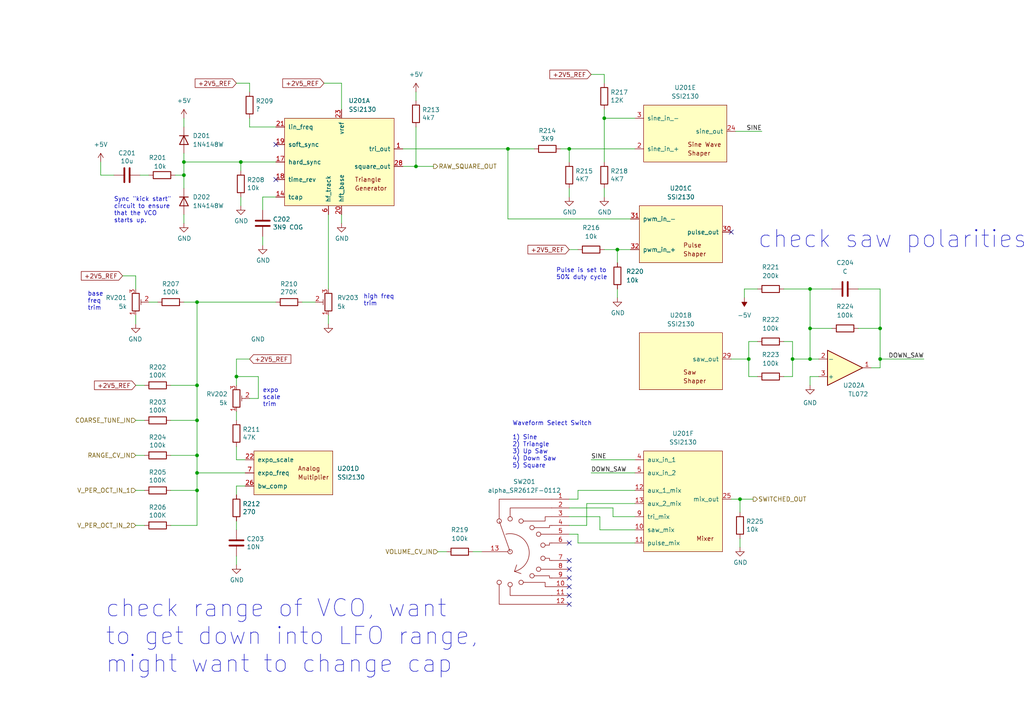
<source format=kicad_sch>
(kicad_sch (version 20211123) (generator eeschema)
  (paper "A4")
  (title_block (title "Josh Ox Ribbon Synth Mod Osc board") (date "2022-06-12") (rev "0") (comment 2 "creativecommons.org/licences/by/4.0") (comment 3 "license: CC by 4.0") (comment 4 "Author: Jordan Aceto"))
  (lib_symbols
    (symbol "Amplifier_Operational:TL072" (pin_names (offset 0.127))
      (property "Reference" "U" (at 0 5.08 0))
      (property "Value" "TL072" (at 0 -5.08 0))
      (symbol "TL072_1_1"
        (pin output line (at 7.62 0 180) (length 2.54) (name "~") (number "1"))
        (pin input line (at -7.62 -2.54 0) (length 2.54) (name "-") (number "2"))
        (pin input line (at -7.62 2.54 0) (length 2.54) (name "+") (number "3"))
      )
      (symbol "TL072_2_1"
        (pin input line (at -7.62 2.54 0) (length 2.54) (name "+") (number "5"))
        (pin input line (at -7.62 -2.54 0) (length 2.54) (name "-") (number "6"))
        (pin output line (at 7.62 0 180) (length 2.54) (name "~") (number "7"))
      )
      (symbol "TL072_3_1"
        (pin power_in line (at -2.54 -7.62 90) (length 3.81) (name "V-") (number "4"))
        (pin power_in line (at -2.54 7.62 270) (length 3.81) (name "V+") (number "8"))
      )
    )
    (symbol "Device:C" (pin_numbers hide) (pin_names (offset 0.254))
      (property "Reference" "C" (at 0.635 2.54 0))
      (property "Value" "C" (at 0.635 -2.54 0))
      (symbol "C_1_1"
        (pin passive line (at 0 3.81 270) (length 2.794) (name "~") (number "1"))
        (pin passive line (at 0 -3.81 90) (length 2.794) (name "~") (number "2"))
      )
    )
    (symbol "Device:R" (pin_numbers hide) (pin_names (offset 0))
      (property "Reference" "R" (at 2.032 0 90))
      (property "Value" "R" (at 0 0 90))
      (symbol "R_1_1"
        (pin passive line (at 0 3.81 270) (length 1.27) (name "~") (number "1"))
        (pin passive line (at 0 -3.81 90) (length 1.27) (name "~") (number "2"))
      )
    )
    (symbol "Device:R_Potentiometer_Trim" (pin_names (offset 1.016) hide)
      (property "Reference" "RV" (at -4.445 0 90))
      (property "Value" "R_Potentiometer_Trim" (at -2.54 0 90))
      (symbol "R_Potentiometer_Trim_1_1"
        (pin passive line (at 0 3.81 270) (length 1.27) (name "1") (number "1"))
        (pin passive line (at 3.81 0 180) (length 1.27) (name "2") (number "2"))
        (pin passive line (at 0 -3.81 90) (length 1.27) (name "3") (number "3"))
      )
    )
    (symbol "Diode:1N4148W" (pin_numbers hide) (pin_names (offset 1.016) hide)
      (property "Reference" "D" (at 0 2.54 0))
      (property "Value" "1N4148W" (at 0 -2.54 0))
      (symbol "1N4148W_1_1"
        (pin passive line (at -3.81 0 0) (length 2.54) (name "K") (number "1"))
        (pin passive line (at 3.81 0 180) (length 2.54) (name "A") (number "2"))
      )
    )
    (symbol "SSI2130_1" (pin_names (offset 1.016))
      (property "Reference" "U1" (at 2.0194 16.51 0))
      (property "Value" "SSI2130_1" (at 2.0194 13.97 0))
      (symbol "SSI2130_1_1_0"
        (text "Generator" (at 3.81 -8.89 0) (effects (font (size 1.27 1.27)) (justify left)))
        (text "Triangle" (at 3.81 -6.35 0) (effects (font (size 1.27 1.27)) (justify left)))
      )
      (symbol "SSI2130_1_1_1"
        (pin output line (at 17.78 2.54 180) (length 2.54) (name "tri_out") (number "1"))
        (pin input line (at -19.05 -11.43 0) (length 2.54) (name "tcap") (number "14"))
        (pin input line (at -19.05 -1.27 0) (length 2.54) (name "hard_sync") (number "17"))
        (pin input line (at -19.05 -6.35 0) (length 2.54) (name "time_rev") (number "18"))
        (pin input line (at -19.05 3.81 0) (length 2.54) (name "soft_sync") (number "19"))
        (pin input line (at 0 -16.51 90) (length 2.54) (name "hft_base") (number "20"))
        (pin input line (at -19.05 8.89 0) (length 2.54) (name "lin_freq") (number "21"))
        (pin input line (at 0 13.97 270) (length 2.54) (name "vref") (number "23"))
        (pin output line (at 17.78 -2.54 180) (length 2.54) (name "square_out") (number "28"))
        (pin input line (at -3.81 -16.51 90) (length 2.54) (name "hf_track") (number "6"))
      )
      (symbol "SSI2130_1_2_1"
        (text "Saw" (at 1.27 -3.81 0) (effects (font (size 1.27 1.27)) (justify left)))
        (text "Shaper" (at 1.27 -6.35 0) (effects (font (size 1.27 1.27)) (justify left)))
        (pin output line (at 15.24 0 180) (length 2.54) (name "saw_out") (number "29"))
      )
      (symbol "SSI2130_1_3_1"
        (text "Pulse" (at 1.27 -3.81 0) (effects (font (size 1.27 1.27)) (justify left)))
        (text "Shaper" (at 1.27 -6.35 0) (effects (font (size 1.27 1.27)) (justify left)))
        (pin output line (at 15.24 0 180) (length 2.54) (name "pulse_out") (number "30"))
        (pin input line (at -13.97 3.81 0) (length 2.54) (name "pwm_in_-") (number "31"))
        (pin input line (at -13.97 -5.08 0) (length 2.54) (name "pwm_in_+") (number "32"))
      )
      (symbol "SSI2130_1_4_1"
        (text "Analog" (at 1.27 1.27 0) (effects (font (size 1.27 1.27)) (justify left)))
        (text "Multiplier" (at 1.27 -1.27 0) (effects (font (size 1.27 1.27)) (justify left)))
        (pin input line (at -13.97 3.81 0) (length 2.54) (name "expo_scale") (number "22"))
        (pin input line (at -13.97 -3.81 0) (length 2.54) (name "bw_comp") (number "26"))
        (pin input line (at -13.97 0 0) (length 2.54) (name "expo_freq") (number "7"))
      )
      (symbol "SSI2130_1_5_1"
        (text "Shaper" (at 1.27 -6.35 0) (effects (font (size 1.27 1.27)) (justify left)))
        (text "Sine Wave" (at 1.27 -3.81 0) (effects (font (size 1.27 1.27)) (justify left)))
        (pin input line (at -13.97 -5.08 0) (length 2.54) (name "sine_in_+") (number "2"))
        (pin output line (at 15.24 0 180) (length 2.54) (name "sine_out") (number "24"))
        (pin input line (at -13.97 3.81 0) (length 2.54) (name "sine_in_-") (number "3"))
      )
      (symbol "SSI2130_1_6_1"
        (text "Mixer" (at 3.81 -7.62 0) (effects (font (size 1.27 1.27)) (justify left)))
        (pin input line (at -13.97 -5.08 0) (length 2.54) (name "saw_mix") (number "10"))
        (pin input line (at -13.97 -8.89 0) (length 2.54) (name "pulse_mix") (number "11"))
        (pin input line (at -13.97 6.35 0) (length 2.54) (name "aux_1_mix") (number "12"))
        (pin input line (at -13.97 2.54 0) (length 2.54) (name "aux_2_mix") (number "13"))
        (pin output line (at 13.97 3.81 180) (length 2.54) (name "mix_out") (number "25"))
        (pin input line (at -13.97 15.24 0) (length 2.54) (name "aux_in_1") (number "4"))
        (pin input line (at -13.97 11.43 0) (length 2.54) (name "aux_in_2") (number "5"))
        (pin input line (at -13.97 -1.27 0) (length 2.54) (name "tri_mix") (number "9"))
      )
      (symbol "SSI2130_1_7_1"
        (text "Power" (at 1.27 0 0) (effects (font (size 1.27 1.27)) (justify left)))
        (pin power_in line (at -13.97 -1.27 0) (length 2.54) (name "dgnd") (number "15"))
        (pin power_in line (at -13.97 1.27 0) (length 2.54) (name "agnd") (number "16"))
        (pin power_in line (at -13.97 3.81 0) (length 2.54) (name "V+") (number "27"))
        (pin power_in line (at -13.97 -3.81 0) (length 2.54) (name "V-") (number "8"))
      )
    )
    (symbol "SSI2130_2" (pin_names (offset 1.016))
      (property "Reference" "U1" (at 2.0194 16.51 0))
      (property "Value" "SSI2130_2" (at 2.0194 13.97 0))
      (symbol "SSI2130_2_1_0"
        (text "Generator" (at 3.81 -8.89 0) (effects (font (size 1.27 1.27)) (justify left)))
        (text "Triangle" (at 3.81 -6.35 0) (effects (font (size 1.27 1.27)) (justify left)))
      )
      (symbol "SSI2130_2_1_1"
        (pin output line (at 17.78 2.54 180) (length 2.54) (name "tri_out") (number "1"))
        (pin input line (at -19.05 -11.43 0) (length 2.54) (name "tcap") (number "14"))
        (pin input line (at -19.05 -1.27 0) (length 2.54) (name "hard_sync") (number "17"))
        (pin input line (at -19.05 -6.35 0) (length 2.54) (name "time_rev") (number "18"))
        (pin input line (at -19.05 3.81 0) (length 2.54) (name "soft_sync") (number "19"))
        (pin input line (at 0 -16.51 90) (length 2.54) (name "hft_base") (number "20"))
        (pin input line (at -19.05 8.89 0) (length 2.54) (name "lin_freq") (number "21"))
        (pin input line (at 0 13.97 270) (length 2.54) (name "vref") (number "23"))
        (pin output line (at 17.78 -2.54 180) (length 2.54) (name "square_out") (number "28"))
        (pin input line (at -3.81 -16.51 90) (length 2.54) (name "hf_track") (number "6"))
      )
      (symbol "SSI2130_2_2_1"
        (text "Saw" (at 1.27 -3.81 0) (effects (font (size 1.27 1.27)) (justify left)))
        (text "Shaper" (at 1.27 -6.35 0) (effects (font (size 1.27 1.27)) (justify left)))
        (pin output line (at 15.24 0 180) (length 2.54) (name "saw_out") (number "29"))
      )
      (symbol "SSI2130_2_3_1"
        (text "Pulse" (at 1.27 -3.81 0) (effects (font (size 1.27 1.27)) (justify left)))
        (text "Shaper" (at 1.27 -6.35 0) (effects (font (size 1.27 1.27)) (justify left)))
        (pin output line (at 15.24 0 180) (length 2.54) (name "pulse_out") (number "30"))
        (pin input line (at -13.97 3.81 0) (length 2.54) (name "pwm_in_-") (number "31"))
        (pin input line (at -13.97 -5.08 0) (length 2.54) (name "pwm_in_+") (number "32"))
      )
      (symbol "SSI2130_2_4_1"
        (text "Analog" (at 1.27 1.27 0) (effects (font (size 1.27 1.27)) (justify left)))
        (text "Multiplier" (at 1.27 -1.27 0) (effects (font (size 1.27 1.27)) (justify left)))
        (pin input line (at -13.97 3.81 0) (length 2.54) (name "expo_scale") (number "22"))
        (pin input line (at -13.97 -3.81 0) (length 2.54) (name "bw_comp") (number "26"))
        (pin input line (at -13.97 0 0) (length 2.54) (name "expo_freq") (number "7"))
      )
      (symbol "SSI2130_2_5_1"
        (text "Shaper" (at 1.27 -6.35 0) (effects (font (size 1.27 1.27)) (justify left)))
        (text "Sine Wave" (at 1.27 -3.81 0) (effects (font (size 1.27 1.27)) (justify left)))
        (pin input line (at -13.97 -5.08 0) (length 2.54) (name "sine_in_+") (number "2"))
        (pin output line (at 15.24 0 180) (length 2.54) (name "sine_out") (number "24"))
        (pin input line (at -13.97 3.81 0) (length 2.54) (name "sine_in_-") (number "3"))
      )
      (symbol "SSI2130_2_6_1"
        (text "Mixer" (at 3.81 -7.62 0) (effects (font (size 1.27 1.27)) (justify left)))
        (pin input line (at -13.97 -5.08 0) (length 2.54) (name "saw_mix") (number "10"))
        (pin input line (at -13.97 -8.89 0) (length 2.54) (name "pulse_mix") (number "11"))
        (pin input line (at -13.97 6.35 0) (length 2.54) (name "aux_1_mix") (number "12"))
        (pin input line (at -13.97 2.54 0) (length 2.54) (name "aux_2_mix") (number "13"))
        (pin output line (at 13.97 3.81 180) (length 2.54) (name "mix_out") (number "25"))
        (pin input line (at -13.97 15.24 0) (length 2.54) (name "aux_in_1") (number "4"))
        (pin input line (at -13.97 11.43 0) (length 2.54) (name "aux_in_2") (number "5"))
        (pin input line (at -13.97 -1.27 0) (length 2.54) (name "tri_mix") (number "9"))
      )
      (symbol "SSI2130_2_7_1"
        (text "Power" (at 1.27 0 0) (effects (font (size 1.27 1.27)) (justify left)))
        (pin power_in line (at -13.97 -1.27 0) (length 2.54) (name "dgnd") (number "15"))
        (pin power_in line (at -13.97 1.27 0) (length 2.54) (name "agnd") (number "16"))
        (pin power_in line (at -13.97 3.81 0) (length 2.54) (name "V+") (number "27"))
        (pin power_in line (at -13.97 -3.81 0) (length 2.54) (name "V-") (number "8"))
      )
    )
    (symbol "SSI2130_3" (pin_names (offset 1.016))
      (property "Reference" "U1" (at 2.0194 16.51 0))
      (property "Value" "SSI2130_3" (at 2.0194 13.97 0))
      (symbol "SSI2130_3_1_0"
        (text "Generator" (at 3.81 -8.89 0) (effects (font (size 1.27 1.27)) (justify left)))
        (text "Triangle" (at 3.81 -6.35 0) (effects (font (size 1.27 1.27)) (justify left)))
      )
      (symbol "SSI2130_3_1_1"
        (pin output line (at 17.78 2.54 180) (length 2.54) (name "tri_out") (number "1"))
        (pin input line (at -19.05 -11.43 0) (length 2.54) (name "tcap") (number "14"))
        (pin input line (at -19.05 -1.27 0) (length 2.54) (name "hard_sync") (number "17"))
        (pin input line (at -19.05 -6.35 0) (length 2.54) (name "time_rev") (number "18"))
        (pin input line (at -19.05 3.81 0) (length 2.54) (name "soft_sync") (number "19"))
        (pin input line (at 0 -16.51 90) (length 2.54) (name "hft_base") (number "20"))
        (pin input line (at -19.05 8.89 0) (length 2.54) (name "lin_freq") (number "21"))
        (pin input line (at 0 13.97 270) (length 2.54) (name "vref") (number "23"))
        (pin output line (at 17.78 -2.54 180) (length 2.54) (name "square_out") (number "28"))
        (pin input line (at -3.81 -16.51 90) (length 2.54) (name "hf_track") (number "6"))
      )
      (symbol "SSI2130_3_2_1"
        (text "Saw" (at 1.27 -3.81 0) (effects (font (size 1.27 1.27)) (justify left)))
        (text "Shaper" (at 1.27 -6.35 0) (effects (font (size 1.27 1.27)) (justify left)))
        (pin output line (at 15.24 0 180) (length 2.54) (name "saw_out") (number "29"))
      )
      (symbol "SSI2130_3_3_1"
        (text "Pulse" (at 1.27 -3.81 0) (effects (font (size 1.27 1.27)) (justify left)))
        (text "Shaper" (at 1.27 -6.35 0) (effects (font (size 1.27 1.27)) (justify left)))
        (pin output line (at 15.24 0 180) (length 2.54) (name "pulse_out") (number "30"))
        (pin input line (at -13.97 3.81 0) (length 2.54) (name "pwm_in_-") (number "31"))
        (pin input line (at -13.97 -5.08 0) (length 2.54) (name "pwm_in_+") (number "32"))
      )
      (symbol "SSI2130_3_4_1"
        (text "Analog" (at 1.27 1.27 0) (effects (font (size 1.27 1.27)) (justify left)))
        (text "Multiplier" (at 1.27 -1.27 0) (effects (font (size 1.27 1.27)) (justify left)))
        (pin input line (at -13.97 3.81 0) (length 2.54) (name "expo_scale") (number "22"))
        (pin input line (at -13.97 -3.81 0) (length 2.54) (name "bw_comp") (number "26"))
        (pin input line (at -13.97 0 0) (length 2.54) (name "expo_freq") (number "7"))
      )
      (symbol "SSI2130_3_5_1"
        (text "Shaper" (at 1.27 -6.35 0) (effects (font (size 1.27 1.27)) (justify left)))
        (text "Sine Wave" (at 1.27 -3.81 0) (effects (font (size 1.27 1.27)) (justify left)))
        (pin input line (at -13.97 -5.08 0) (length 2.54) (name "sine_in_+") (number "2"))
        (pin output line (at 15.24 0 180) (length 2.54) (name "sine_out") (number "24"))
        (pin input line (at -13.97 3.81 0) (length 2.54) (name "sine_in_-") (number "3"))
      )
      (symbol "SSI2130_3_6_1"
        (text "Mixer" (at 3.81 -7.62 0) (effects (font (size 1.27 1.27)) (justify left)))
        (pin input line (at -13.97 -5.08 0) (length 2.54) (name "saw_mix") (number "10"))
        (pin input line (at -13.97 -8.89 0) (length 2.54) (name "pulse_mix") (number "11"))
        (pin input line (at -13.97 6.35 0) (length 2.54) (name "aux_1_mix") (number "12"))
        (pin input line (at -13.97 2.54 0) (length 2.54) (name "aux_2_mix") (number "13"))
        (pin output line (at 13.97 3.81 180) (length 2.54) (name "mix_out") (number "25"))
        (pin input line (at -13.97 15.24 0) (length 2.54) (name "aux_in_1") (number "4"))
        (pin input line (at -13.97 11.43 0) (length 2.54) (name "aux_in_2") (number "5"))
        (pin input line (at -13.97 -1.27 0) (length 2.54) (name "tri_mix") (number "9"))
      )
      (symbol "SSI2130_3_7_1"
        (text "Power" (at 1.27 0 0) (effects (font (size 1.27 1.27)) (justify left)))
        (pin power_in line (at -13.97 -1.27 0) (length 2.54) (name "dgnd") (number "15"))
        (pin power_in line (at -13.97 1.27 0) (length 2.54) (name "agnd") (number "16"))
        (pin power_in line (at -13.97 3.81 0) (length 2.54) (name "V+") (number "27"))
        (pin power_in line (at -13.97 -3.81 0) (length 2.54) (name "V-") (number "8"))
      )
    )
    (symbol "SSI2130_4" (pin_names (offset 1.016))
      (property "Reference" "U1" (at 2.0194 16.51 0))
      (property "Value" "SSI2130_4" (at 2.0194 13.97 0))
      (symbol "SSI2130_4_1_0"
        (text "Generator" (at 3.81 -8.89 0) (effects (font (size 1.27 1.27)) (justify left)))
        (text "Triangle" (at 3.81 -6.35 0) (effects (font (size 1.27 1.27)) (justify left)))
      )
      (symbol "SSI2130_4_1_1"
        (pin output line (at 17.78 2.54 180) (length 2.54) (name "tri_out") (number "1"))
        (pin input line (at -19.05 -11.43 0) (length 2.54) (name "tcap") (number "14"))
        (pin input line (at -19.05 -1.27 0) (length 2.54) (name "hard_sync") (number "17"))
        (pin input line (at -19.05 -6.35 0) (length 2.54) (name "time_rev") (number "18"))
        (pin input line (at -19.05 3.81 0) (length 2.54) (name "soft_sync") (number "19"))
        (pin input line (at 0 -16.51 90) (length 2.54) (name "hft_base") (number "20"))
        (pin input line (at -19.05 8.89 0) (length 2.54) (name "lin_freq") (number "21"))
        (pin input line (at 0 13.97 270) (length 2.54) (name "vref") (number "23"))
        (pin output line (at 17.78 -2.54 180) (length 2.54) (name "square_out") (number "28"))
        (pin input line (at -3.81 -16.51 90) (length 2.54) (name "hf_track") (number "6"))
      )
      (symbol "SSI2130_4_2_1"
        (text "Saw" (at 1.27 -3.81 0) (effects (font (size 1.27 1.27)) (justify left)))
        (text "Shaper" (at 1.27 -6.35 0) (effects (font (size 1.27 1.27)) (justify left)))
        (pin output line (at 15.24 0 180) (length 2.54) (name "saw_out") (number "29"))
      )
      (symbol "SSI2130_4_3_1"
        (text "Pulse" (at 1.27 -3.81 0) (effects (font (size 1.27 1.27)) (justify left)))
        (text "Shaper" (at 1.27 -6.35 0) (effects (font (size 1.27 1.27)) (justify left)))
        (pin output line (at 15.24 0 180) (length 2.54) (name "pulse_out") (number "30"))
        (pin input line (at -13.97 3.81 0) (length 2.54) (name "pwm_in_-") (number "31"))
        (pin input line (at -13.97 -5.08 0) (length 2.54) (name "pwm_in_+") (number "32"))
      )
      (symbol "SSI2130_4_4_1"
        (text "Analog" (at 1.27 1.27 0) (effects (font (size 1.27 1.27)) (justify left)))
        (text "Multiplier" (at 1.27 -1.27 0) (effects (font (size 1.27 1.27)) (justify left)))
        (pin input line (at -13.97 3.81 0) (length 2.54) (name "expo_scale") (number "22"))
        (pin input line (at -13.97 -3.81 0) (length 2.54) (name "bw_comp") (number "26"))
        (pin input line (at -13.97 0 0) (length 2.54) (name "expo_freq") (number "7"))
      )
      (symbol "SSI2130_4_5_1"
        (text "Shaper" (at 1.27 -6.35 0) (effects (font (size 1.27 1.27)) (justify left)))
        (text "Sine Wave" (at 1.27 -3.81 0) (effects (font (size 1.27 1.27)) (justify left)))
        (pin input line (at -13.97 -5.08 0) (length 2.54) (name "sine_in_+") (number "2"))
        (pin output line (at 15.24 0 180) (length 2.54) (name "sine_out") (number "24"))
        (pin input line (at -13.97 3.81 0) (length 2.54) (name "sine_in_-") (number "3"))
      )
      (symbol "SSI2130_4_6_1"
        (text "Mixer" (at 3.81 -7.62 0) (effects (font (size 1.27 1.27)) (justify left)))
        (pin input line (at -13.97 -5.08 0) (length 2.54) (name "saw_mix") (number "10"))
        (pin input line (at -13.97 -8.89 0) (length 2.54) (name "pulse_mix") (number "11"))
        (pin input line (at -13.97 6.35 0) (length 2.54) (name "aux_1_mix") (number "12"))
        (pin input line (at -13.97 2.54 0) (length 2.54) (name "aux_2_mix") (number "13"))
        (pin output line (at 13.97 3.81 180) (length 2.54) (name "mix_out") (number "25"))
        (pin input line (at -13.97 15.24 0) (length 2.54) (name "aux_in_1") (number "4"))
        (pin input line (at -13.97 11.43 0) (length 2.54) (name "aux_in_2") (number "5"))
        (pin input line (at -13.97 -1.27 0) (length 2.54) (name "tri_mix") (number "9"))
      )
      (symbol "SSI2130_4_7_1"
        (text "Power" (at 1.27 0 0) (effects (font (size 1.27 1.27)) (justify left)))
        (pin power_in line (at -13.97 -1.27 0) (length 2.54) (name "dgnd") (number "15"))
        (pin power_in line (at -13.97 1.27 0) (length 2.54) (name "agnd") (number "16"))
        (pin power_in line (at -13.97 3.81 0) (length 2.54) (name "V+") (number "27"))
        (pin power_in line (at -13.97 -3.81 0) (length 2.54) (name "V-") (number "8"))
      )
    )
    (symbol "SSI2130_5" (pin_names (offset 1.016))
      (property "Reference" "U1" (at 2.0194 16.51 0))
      (property "Value" "SSI2130_5" (at 2.0194 13.97 0))
      (symbol "SSI2130_5_1_0"
        (text "Generator" (at 3.81 -8.89 0) (effects (font (size 1.27 1.27)) (justify left)))
        (text "Triangle" (at 3.81 -6.35 0) (effects (font (size 1.27 1.27)) (justify left)))
      )
      (symbol "SSI2130_5_1_1"
        (pin output line (at 17.78 2.54 180) (length 2.54) (name "tri_out") (number "1"))
        (pin input line (at -19.05 -11.43 0) (length 2.54) (name "tcap") (number "14"))
        (pin input line (at -19.05 -1.27 0) (length 2.54) (name "hard_sync") (number "17"))
        (pin input line (at -19.05 -6.35 0) (length 2.54) (name "time_rev") (number "18"))
        (pin input line (at -19.05 3.81 0) (length 2.54) (name "soft_sync") (number "19"))
        (pin input line (at 0 -16.51 90) (length 2.54) (name "hft_base") (number "20"))
        (pin input line (at -19.05 8.89 0) (length 2.54) (name "lin_freq") (number "21"))
        (pin input line (at 0 13.97 270) (length 2.54) (name "vref") (number "23"))
        (pin output line (at 17.78 -2.54 180) (length 2.54) (name "square_out") (number "28"))
        (pin input line (at -3.81 -16.51 90) (length 2.54) (name "hf_track") (number "6"))
      )
      (symbol "SSI2130_5_2_1"
        (text "Saw" (at 1.27 -3.81 0) (effects (font (size 1.27 1.27)) (justify left)))
        (text "Shaper" (at 1.27 -6.35 0) (effects (font (size 1.27 1.27)) (justify left)))
        (pin output line (at 15.24 0 180) (length 2.54) (name "saw_out") (number "29"))
      )
      (symbol "SSI2130_5_3_1"
        (text "Pulse" (at 1.27 -3.81 0) (effects (font (size 1.27 1.27)) (justify left)))
        (text "Shaper" (at 1.27 -6.35 0) (effects (font (size 1.27 1.27)) (justify left)))
        (pin output line (at 15.24 0 180) (length 2.54) (name "pulse_out") (number "30"))
        (pin input line (at -13.97 3.81 0) (length 2.54) (name "pwm_in_-") (number "31"))
        (pin input line (at -13.97 -5.08 0) (length 2.54) (name "pwm_in_+") (number "32"))
      )
      (symbol "SSI2130_5_4_1"
        (text "Analog" (at 1.27 1.27 0) (effects (font (size 1.27 1.27)) (justify left)))
        (text "Multiplier" (at 1.27 -1.27 0) (effects (font (size 1.27 1.27)) (justify left)))
        (pin input line (at -13.97 3.81 0) (length 2.54) (name "expo_scale") (number "22"))
        (pin input line (at -13.97 -3.81 0) (length 2.54) (name "bw_comp") (number "26"))
        (pin input line (at -13.97 0 0) (length 2.54) (name "expo_freq") (number "7"))
      )
      (symbol "SSI2130_5_5_1"
        (text "Shaper" (at 1.27 -6.35 0) (effects (font (size 1.27 1.27)) (justify left)))
        (text "Sine Wave" (at 1.27 -3.81 0) (effects (font (size 1.27 1.27)) (justify left)))
        (pin input line (at -13.97 -5.08 0) (length 2.54) (name "sine_in_+") (number "2"))
        (pin output line (at 15.24 0 180) (length 2.54) (name "sine_out") (number "24"))
        (pin input line (at -13.97 3.81 0) (length 2.54) (name "sine_in_-") (number "3"))
      )
      (symbol "SSI2130_5_6_1"
        (text "Mixer" (at 3.81 -7.62 0) (effects (font (size 1.27 1.27)) (justify left)))
        (pin input line (at -13.97 -5.08 0) (length 2.54) (name "saw_mix") (number "10"))
        (pin input line (at -13.97 -8.89 0) (length 2.54) (name "pulse_mix") (number "11"))
        (pin input line (at -13.97 6.35 0) (length 2.54) (name "aux_1_mix") (number "12"))
        (pin input line (at -13.97 2.54 0) (length 2.54) (name "aux_2_mix") (number "13"))
        (pin output line (at 13.97 3.81 180) (length 2.54) (name "mix_out") (number "25"))
        (pin input line (at -13.97 15.24 0) (length 2.54) (name "aux_in_1") (number "4"))
        (pin input line (at -13.97 11.43 0) (length 2.54) (name "aux_in_2") (number "5"))
        (pin input line (at -13.97 -1.27 0) (length 2.54) (name "tri_mix") (number "9"))
      )
      (symbol "SSI2130_5_7_1"
        (text "Power" (at 1.27 0 0) (effects (font (size 1.27 1.27)) (justify left)))
        (pin power_in line (at -13.97 -1.27 0) (length 2.54) (name "dgnd") (number "15"))
        (pin power_in line (at -13.97 1.27 0) (length 2.54) (name "agnd") (number "16"))
        (pin power_in line (at -13.97 3.81 0) (length 2.54) (name "V+") (number "27"))
        (pin power_in line (at -13.97 -3.81 0) (length 2.54) (name "V-") (number "8"))
      )
    )
    (symbol "custom_symbols:SSI2130" (pin_names (offset 1.016))
      (property "Reference" "U1" (at 2.0194 16.51 0))
      (property "Value" "SSI2130" (at 2.0194 13.97 0))
      (symbol "SSI2130_1_0"
        (text "Generator" (at 3.81 -8.89 0) (effects (font (size 1.27 1.27)) (justify left)))
        (text "Triangle" (at 3.81 -6.35 0) (effects (font (size 1.27 1.27)) (justify left)))
      )
      (symbol "SSI2130_1_1"
        (pin output line (at 17.78 2.54 180) (length 2.54) (name "tri_out") (number "1"))
        (pin input line (at -19.05 -11.43 0) (length 2.54) (name "tcap") (number "14"))
        (pin input line (at -19.05 -1.27 0) (length 2.54) (name "hard_sync") (number "17"))
        (pin input line (at -19.05 -6.35 0) (length 2.54) (name "time_rev") (number "18"))
        (pin input line (at -19.05 3.81 0) (length 2.54) (name "soft_sync") (number "19"))
        (pin input line (at 0 -16.51 90) (length 2.54) (name "hft_base") (number "20"))
        (pin input line (at -19.05 8.89 0) (length 2.54) (name "lin_freq") (number "21"))
        (pin input line (at 0 13.97 270) (length 2.54) (name "vref") (number "23"))
        (pin output line (at 17.78 -2.54 180) (length 2.54) (name "square_out") (number "28"))
        (pin input line (at -3.81 -16.51 90) (length 2.54) (name "hf_track") (number "6"))
      )
      (symbol "SSI2130_2_1"
        (text "Saw" (at 1.27 -3.81 0) (effects (font (size 1.27 1.27)) (justify left)))
        (text "Shaper" (at 1.27 -6.35 0) (effects (font (size 1.27 1.27)) (justify left)))
        (pin output line (at 15.24 0 180) (length 2.54) (name "saw_out") (number "29"))
      )
      (symbol "SSI2130_3_1"
        (text "Pulse" (at 1.27 -3.81 0) (effects (font (size 1.27 1.27)) (justify left)))
        (text "Shaper" (at 1.27 -6.35 0) (effects (font (size 1.27 1.27)) (justify left)))
        (pin output line (at 15.24 0 180) (length 2.54) (name "pulse_out") (number "30"))
        (pin input line (at -13.97 3.81 0) (length 2.54) (name "pwm_in_-") (number "31"))
        (pin input line (at -13.97 -5.08 0) (length 2.54) (name "pwm_in_+") (number "32"))
      )
      (symbol "SSI2130_4_1"
        (text "Analog" (at 1.27 1.27 0) (effects (font (size 1.27 1.27)) (justify left)))
        (text "Multiplier" (at 1.27 -1.27 0) (effects (font (size 1.27 1.27)) (justify left)))
        (pin input line (at -13.97 3.81 0) (length 2.54) (name "expo_scale") (number "22"))
        (pin input line (at -13.97 -3.81 0) (length 2.54) (name "bw_comp") (number "26"))
        (pin input line (at -13.97 0 0) (length 2.54) (name "expo_freq") (number "7"))
      )
      (symbol "SSI2130_5_1"
        (text "Shaper" (at 1.27 -6.35 0) (effects (font (size 1.27 1.27)) (justify left)))
        (text "Sine Wave" (at 1.27 -3.81 0) (effects (font (size 1.27 1.27)) (justify left)))
        (pin input line (at -13.97 -5.08 0) (length 2.54) (name "sine_in_+") (number "2"))
        (pin output line (at 15.24 0 180) (length 2.54) (name "sine_out") (number "24"))
        (pin input line (at -13.97 3.81 0) (length 2.54) (name "sine_in_-") (number "3"))
      )
      (symbol "SSI2130_6_1"
        (text "Mixer" (at 3.81 -7.62 0) (effects (font (size 1.27 1.27)) (justify left)))
        (pin input line (at -13.97 -5.08 0) (length 2.54) (name "saw_mix") (number "10"))
        (pin input line (at -13.97 -8.89 0) (length 2.54) (name "pulse_mix") (number "11"))
        (pin input line (at -13.97 6.35 0) (length 2.54) (name "aux_1_mix") (number "12"))
        (pin input line (at -13.97 2.54 0) (length 2.54) (name "aux_2_mix") (number "13"))
        (pin output line (at 13.97 3.81 180) (length 2.54) (name "mix_out") (number "25"))
        (pin input line (at -13.97 15.24 0) (length 2.54) (name "aux_in_1") (number "4"))
        (pin input line (at -13.97 11.43 0) (length 2.54) (name "aux_in_2") (number "5"))
        (pin input line (at -13.97 -1.27 0) (length 2.54) (name "tri_mix") (number "9"))
      )
      (symbol "SSI2130_7_1"
        (text "Power" (at 1.27 0 0) (effects (font (size 1.27 1.27)) (justify left)))
        (pin power_in line (at -13.97 -1.27 0) (length 2.54) (name "dgnd") (number "15"))
        (pin power_in line (at -13.97 1.27 0) (length 2.54) (name "agnd") (number "16"))
        (pin power_in line (at -13.97 3.81 0) (length 2.54) (name "V+") (number "27"))
        (pin power_in line (at -13.97 -3.81 0) (length 2.54) (name "V-") (number "8"))
      )
    )
    (symbol "custom_symbols:alpha_SR2612F-0112" (pin_names (offset 1.016) hide)
      (property "Reference" "SW1" (at 2.54 19.8374 0))
      (property "Value" "alpha_SR2612F-0112" (at 2.54 17.526 0))
      (symbol "alpha_SR2612F-0112_0_1"
        (pin passive line (at 10.16 15.24 180) (length 5.08) (name "1") (number "1"))
        (pin passive line (at 10.16 -10.16 180) (length 5.08) (name "10") (number "10"))
        (pin passive line (at 10.16 -12.7 180) (length 5.08) (name "11") (number "11"))
        (pin passive line (at 10.16 -15.24 180) (length 5.08) (name "12") (number "12"))
        (pin passive line (at -15.24 0 0) (length 7.62) (name "13") (number "13"))
        (pin passive line (at 10.16 12.7 180) (length 5.08) (name "2") (number "2"))
        (pin passive line (at 10.16 10.16 180) (length 5.08) (name "3") (number "3"))
        (pin passive line (at 10.16 7.62 180) (length 5.08) (name "4") (number "4"))
        (pin passive line (at 10.16 5.08 180) (length 5.08) (name "5") (number "5"))
        (pin passive line (at 10.16 2.54 180) (length 5.08) (name "6") (number "6"))
        (pin passive line (at 10.16 -2.54 180) (length 5.08) (name "7") (number "7"))
        (pin passive line (at 10.16 -5.08 180) (length 5.08) (name "8") (number "8"))
        (pin passive line (at 10.16 -7.62 180) (length 5.08) (name "9") (number "9"))
      )
    )
    (symbol "power:+5V" (power) (pin_names (offset 0))
      (property "Value" "+5V" (at 0 3.556 0))
      (symbol "+5V_1_1"
        (pin power_in line (at 0 0 90) (length 0) hide (name "+5V") (number "1"))
      )
    )
    (symbol "power:-5V" (power) (pin_names (offset 0))
      (property "Value" "-5V" (at 0 3.81 0))
      (symbol "-5V_0_0"
        (pin power_in line (at 0 0 90) (length 0) hide (name "-5V") (number "1"))
      )
    )
    (symbol "power:GND" (power) (pin_names (offset 0))
      (property "Value" "GND" (at 0 -3.81 0))
      (symbol "GND_1_1"
        (pin power_in line (at 0 0 270) (length 0) hide (name "GND") (number "1"))
      )
    )
  )
  (junction (at 234.95 104.14))
  (junction (at 217.17 104.14))
  (junction (at 165.1 43.18))
  (junction (at 57.15 137.16))
  (junction (at 53.34 50.8))
  (junction (at 57.15 121.92))
  (junction (at 179.07 72.39))
  (junction (at 57.15 87.63))
  (junction (at 57.15 142.24))
  (junction (at 214.63 144.78))
  (junction (at 120.65 48.26))
  (junction (at 68.58 109.22))
  (junction (at 229.87 104.14))
  (junction (at 53.34 46.99))
  (junction (at 69.85 46.99))
  (junction (at 57.15 132.08))
  (junction (at 255.27 104.14))
  (junction (at 147.32 43.18))
  (junction (at 255.27 95.25))
  (junction (at 175.26 34.29))
  (junction (at 234.95 95.25))
  (junction (at 57.15 111.76))
  (junction (at 234.95 83.82))
  (no_connect (at 80.01 52.07))
  (no_connect (at 165.1 170.18))
  (no_connect (at 165.1 172.72))
  (no_connect (at 165.1 175.26))
  (no_connect (at 165.1 167.64))
  (no_connect (at 165.1 157.48))
  (no_connect (at 165.1 162.56))
  (no_connect (at 165.1 165.1))
  (no_connect (at 80.01 41.91))
  (no_connect (at 212.09 67.31))
  (wire (pts (xy 175.26 34.29) (xy 175.26 31.75)))
  (wire (pts (xy 184.15 142.24) (xy 167.64 142.24)))
  (wire (pts (xy 212.09 104.14) (xy 217.17 104.14)))
  (wire (pts (xy 116.84 43.18) (xy 147.32 43.18)))
  (wire (pts (xy 95.25 93.98) (xy 95.25 91.44)))
  (wire (pts (xy 212.09 144.78) (xy 214.63 144.78)))
  (wire (pts (xy 35.56 80.01) (xy 39.37 80.01)))
  (wire (pts (xy 165.1 46.99) (xy 165.1 43.18)))
  (wire (pts (xy 213.36 38.1) (xy 220.98 38.1)))
  (wire (pts (xy 68.58 153.67) (xy 68.58 151.13)))
  (wire (pts (xy 74.93 109.22) (xy 68.58 109.22)))
  (wire (pts (xy 57.15 111.76) (xy 57.15 121.92)))
  (wire (pts (xy 76.2 60.96) (xy 76.2 57.15)))
  (wire (pts (xy 49.53 152.4) (xy 57.15 152.4)))
  (wire (pts (xy 215.9 83.82) (xy 215.9 86.36)))
  (wire (pts (xy 95.25 62.23) (xy 95.25 83.82)))
  (wire (pts (xy 171.45 21.59) (xy 175.26 21.59)))
  (wire (pts (xy 53.34 34.29) (xy 53.34 36.83)))
  (wire (pts (xy 127 160.02) (xy 129.54 160.02)))
  (wire (pts (xy 162.56 43.18) (xy 165.1 43.18)))
  (wire (pts (xy 72.39 104.14) (xy 68.58 104.14)))
  (wire (pts (xy 116.84 48.26) (xy 120.65 48.26)))
  (wire (pts (xy 229.87 99.06) (xy 229.87 104.14)))
  (wire (pts (xy 179.07 83.82) (xy 179.07 86.36)))
  (wire (pts (xy 69.85 46.99) (xy 69.85 49.53)))
  (wire (pts (xy 214.63 156.21) (xy 214.63 158.75)))
  (wire (pts (xy 57.15 121.92) (xy 57.15 132.08)))
  (wire (pts (xy 255.27 104.14) (xy 255.27 106.68)))
  (wire (pts (xy 255.27 106.68) (xy 252.73 106.68)))
  (wire (pts (xy 91.44 87.63) (xy 87.63 87.63)))
  (wire (pts (xy 184.15 149.86) (xy 177.8 149.86)))
  (wire (pts (xy 74.93 115.57) (xy 74.93 109.22)))
  (wire (pts (xy 229.87 104.14) (xy 234.95 104.14)))
  (wire (pts (xy 57.15 142.24) (xy 57.15 137.16)))
  (wire (pts (xy 217.17 109.22) (xy 217.17 104.14)))
  (wire (pts (xy 234.95 83.82) (xy 234.95 95.25)))
  (wire (pts (xy 33.02 50.8) (xy 29.21 50.8)))
  (wire (pts (xy 120.65 48.26) (xy 125.73 48.26)))
  (wire (pts (xy 120.65 29.21) (xy 120.65 26.67)))
  (wire (pts (xy 72.39 36.83) (xy 72.39 34.29)))
  (wire (pts (xy 171.45 137.16) (xy 184.15 137.16)))
  (wire (pts (xy 68.58 129.54) (xy 68.58 133.35)))
  (wire (pts (xy 53.34 54.61) (xy 53.34 50.8)))
  (wire (pts (xy 57.15 87.63) (xy 57.15 111.76)))
  (wire (pts (xy 175.26 72.39) (xy 179.07 72.39)))
  (wire (pts (xy 248.92 95.25) (xy 255.27 95.25)))
  (wire (pts (xy 57.15 121.92) (xy 49.53 121.92)))
  (wire (pts (xy 53.34 46.99) (xy 53.34 44.45)))
  (wire (pts (xy 53.34 64.77) (xy 53.34 62.23)))
  (wire (pts (xy 29.21 50.8) (xy 29.21 46.99)))
  (wire (pts (xy 72.39 115.57) (xy 74.93 115.57)))
  (wire (pts (xy 99.06 24.13) (xy 93.98 24.13)))
  (wire (pts (xy 177.8 147.32) (xy 165.1 147.32)))
  (wire (pts (xy 229.87 109.22) (xy 227.33 109.22)))
  (wire (pts (xy 68.58 104.14) (xy 68.58 109.22)))
  (wire (pts (xy 234.95 104.14) (xy 234.95 95.25)))
  (wire (pts (xy 39.37 111.76) (xy 41.91 111.76)))
  (wire (pts (xy 53.34 87.63) (xy 57.15 87.63)))
  (wire (pts (xy 50.8 50.8) (xy 53.34 50.8)))
  (wire (pts (xy 72.39 26.67) (xy 72.39 24.13)))
  (wire (pts (xy 57.15 87.63) (xy 80.01 87.63)))
  (wire (pts (xy 39.37 132.08) (xy 41.91 132.08)))
  (wire (pts (xy 217.17 104.14) (xy 217.17 99.06)))
  (wire (pts (xy 76.2 57.15) (xy 80.01 57.15)))
  (wire (pts (xy 167.64 144.78) (xy 165.1 144.78)))
  (wire (pts (xy 53.34 46.99) (xy 69.85 46.99)))
  (wire (pts (xy 57.15 132.08) (xy 49.53 132.08)))
  (wire (pts (xy 255.27 95.25) (xy 255.27 104.14)))
  (wire (pts (xy 68.58 143.51) (xy 68.58 140.97)))
  (wire (pts (xy 255.27 95.25) (xy 255.27 83.82)))
  (wire (pts (xy 71.12 137.16) (xy 57.15 137.16)))
  (wire (pts (xy 165.1 54.61) (xy 165.1 57.15)))
  (wire (pts (xy 165.1 72.39) (xy 167.64 72.39)))
  (wire (pts (xy 57.15 111.76) (xy 49.53 111.76)))
  (wire (pts (xy 69.85 46.99) (xy 80.01 46.99)))
  (wire (pts (xy 171.45 133.35) (xy 184.15 133.35)))
  (wire (pts (xy 170.18 152.4) (xy 170.18 146.05)))
  (wire (pts (xy 68.58 109.22) (xy 68.58 111.76)))
  (wire (pts (xy 170.18 146.05) (xy 184.15 146.05)))
  (wire (pts (xy 76.2 71.12) (xy 76.2 68.58)))
  (wire (pts (xy 173.99 149.86) (xy 173.99 153.67)))
  (wire (pts (xy 167.64 154.94) (xy 165.1 154.94)))
  (wire (pts (xy 68.58 24.13) (xy 72.39 24.13)))
  (wire (pts (xy 137.16 160.02) (xy 139.7 160.02)))
  (wire (pts (xy 177.8 149.86) (xy 177.8 147.32)))
  (wire (pts (xy 234.95 109.22) (xy 237.49 109.22)))
  (wire (pts (xy 217.17 99.06) (xy 219.71 99.06)))
  (wire (pts (xy 182.88 63.5) (xy 147.32 63.5)))
  (wire (pts (xy 72.39 36.83) (xy 80.01 36.83)))
  (wire (pts (xy 165.1 149.86) (xy 173.99 149.86)))
  (wire (pts (xy 184.15 157.48) (xy 167.64 157.48)))
  (wire (pts (xy 179.07 72.39) (xy 179.07 76.2)))
  (wire (pts (xy 179.07 72.39) (xy 182.88 72.39)))
  (wire (pts (xy 43.18 87.63) (xy 45.72 87.63)))
  (wire (pts (xy 39.37 142.24) (xy 41.91 142.24)))
  (wire (pts (xy 69.85 59.69) (xy 69.85 57.15)))
  (wire (pts (xy 234.95 95.25) (xy 241.3 95.25)))
  (wire (pts (xy 43.18 50.8) (xy 40.64 50.8)))
  (wire (pts (xy 68.58 140.97) (xy 71.12 140.97)))
  (wire (pts (xy 173.99 153.67) (xy 184.15 153.67)))
  (wire (pts (xy 255.27 83.82) (xy 248.92 83.82)))
  (wire (pts (xy 68.58 121.92) (xy 68.58 119.38)))
  (wire (pts (xy 215.9 83.82) (xy 219.71 83.82)))
  (wire (pts (xy 229.87 104.14) (xy 229.87 109.22)))
  (wire (pts (xy 39.37 121.92) (xy 41.91 121.92)))
  (wire (pts (xy 227.33 99.06) (xy 229.87 99.06)))
  (wire (pts (xy 99.06 64.77) (xy 99.06 62.23)))
  (wire (pts (xy 167.64 157.48) (xy 167.64 154.94)))
  (wire (pts (xy 120.65 36.83) (xy 120.65 48.26)))
  (wire (pts (xy 227.33 83.82) (xy 234.95 83.82)))
  (wire (pts (xy 175.26 46.99) (xy 175.26 34.29)))
  (wire (pts (xy 165.1 43.18) (xy 184.15 43.18)))
  (wire (pts (xy 237.49 104.14) (xy 234.95 104.14)))
  (wire (pts (xy 147.32 43.18) (xy 154.94 43.18)))
  (wire (pts (xy 39.37 152.4) (xy 41.91 152.4)))
  (wire (pts (xy 234.95 111.76) (xy 234.95 109.22)))
  (wire (pts (xy 214.63 148.59) (xy 214.63 144.78)))
  (wire (pts (xy 57.15 137.16) (xy 57.15 132.08)))
  (wire (pts (xy 241.3 83.82) (xy 234.95 83.82)))
  (wire (pts (xy 99.06 24.13) (xy 99.06 31.75)))
  (wire (pts (xy 49.53 142.24) (xy 57.15 142.24)))
  (wire (pts (xy 214.63 144.78) (xy 218.44 144.78)))
  (wire (pts (xy 57.15 152.4) (xy 57.15 142.24)))
  (wire (pts (xy 165.1 152.4) (xy 170.18 152.4)))
  (wire (pts (xy 39.37 80.01) (xy 39.37 83.82)))
  (wire (pts (xy 175.26 54.61) (xy 175.26 57.15)))
  (wire (pts (xy 71.12 133.35) (xy 68.58 133.35)))
  (wire (pts (xy 267.97 104.14) (xy 255.27 104.14)))
  (wire (pts (xy 147.32 63.5) (xy 147.32 43.18)))
  (wire (pts (xy 219.71 109.22) (xy 217.17 109.22)))
  (wire (pts (xy 167.64 142.24) (xy 167.64 144.78)))
  (wire (pts (xy 39.37 93.98) (xy 39.37 91.44)))
  (wire (pts (xy 53.34 50.8) (xy 53.34 46.99)))
  (wire (pts (xy 68.58 163.83) (xy 68.58 161.29)))
  (wire (pts (xy 175.26 24.13) (xy 175.26 21.59)))
  (wire (pts (xy 184.15 34.29) (xy 175.26 34.29)))
  (text "Waveform Select Switch\n\n1) Sine\n2) Triangle\n3) Up Saw\n4) Down Saw\n5) Square" (at 148.59 135.89 0) (effects (font (size 1.27 1.27)) (justify left bottom)))
  (text "high freq\ntrim" (at 105.41 88.9 0) (effects (font (size 1.27 1.27)) (justify left bottom)))
  (text "check saw polarities" (at 219.71 72.39 0) (effects (font (size 5 5)) (justify left bottom)))
  (text "check range of VCO, want\nto get down into LFO range,\nmight want to change cap" (at 30.48 195.58 0) (effects (font (size 5 5)) (justify left bottom)))
  (text "Pulse is set to\n50% duty cycle" (at 161.29 81.28 0) (effects (font (size 1.27 1.27)) (justify left bottom)))
  (text "expo\nscale \ntrim" (at 76.2 118.11 0) (effects (font (size 1.27 1.27)) (justify left bottom)))
  (text "Sync \"kick start\" \ncircuit to ensure \nthat the VCO\nstarts up." (at 33.02 64.77 0) (effects (font (size 1.27 1.27)) (justify left bottom)))
  (text "base\nfreq\ntrim" (at 25.4 90.17 0) (effects (font (size 1.27 1.27)) (justify left bottom)))
  (label "DOWN_SAW" (at 171.45 137.16 0))
  (label "SINE" (at 171.45 133.35 0))
  (label "SINE" (at 220.98 38.1 180))
  (label "DOWN_SAW" (at 267.97 104.14 180))
  (global_label "+2V5_REF" (shape input) (at 39.37 111.76 180) (property "Intersheet References" "${INTERSHEET_REFS}" (effects hide)))
  (global_label "+2V5_REF" (shape input) (at 93.98 24.13 180) (property "Intersheet References" "${INTERSHEET_REFS}" (effects hide)))
  (global_label "+2V5_REF" (shape input) (at 72.39 104.14 0) (property "Intersheet References" "${INTERSHEET_REFS}" (effects hide)))
  (global_label "+2V5_REF" (shape input) (at 165.1 72.39 180) (property "Intersheet References" "${INTERSHEET_REFS}" (effects hide)))
  (global_label "+2V5_REF" (shape input) (at 68.58 24.13 180) (property "Intersheet References" "${INTERSHEET_REFS}" (effects hide)))
  (global_label "+2V5_REF" (shape input) (at 35.56 80.01 180) (property "Intersheet References" "${INTERSHEET_REFS}" (effects hide)))
  (global_label "+2V5_REF" (shape input) (at 171.45 21.59 180) (property "Intersheet References" "${INTERSHEET_REFS}" (effects hide)))
  (hierarchical_label "VOLUME_CV_IN" (shape input) (at 127 160.02 180))
  (hierarchical_label "COARSE_TUNE_IN" (shape input) (at 39.37 121.92 180))
  (hierarchical_label "V_PER_OCT_IN_1" (shape input) (at 39.37 142.24 180))
  (hierarchical_label "RAW_SQUARE_OUT" (shape output) (at 125.73 48.26 0))
  (hierarchical_label "V_PER_OCT_IN_2" (shape input) (at 39.37 152.4 180))
  (hierarchical_label "RANGE_CV_IN" (shape input) (at 39.37 132.08 180))
  (hierarchical_label "SWITCHED_OUT" (shape output) (at 218.44 144.78 0))
  (symbol (lib_id "Device:R") (at 72.39 30.48 180) (unit 1)
    (property "Reference" "R209" (at 74.168 29.3116 0) (effects (justify right)))
    (property "Value" "?" (at 74.168 31.623 0) (effects (justify right)))
    (property "Footprint" "Resistor_SMD:R_0805_2012Metric" (effects hide))
  )
  (symbol (lib_id "Device:R") (at 171.45 72.39 90) (unit 1)
    (property "Reference" "R216" (at 171.45 66.04 90))
    (property "Value" "10k" (at 171.45 68.58 90))
    (property "Footprint" "Resistor_SMD:R_0805_2012Metric" (effects hide))
  )
  (symbol (lib_id "Device:R") (at 46.99 50.8 90) (unit 1)
    (property "Reference" "R201" (at 48.26 45.72 90) (effects (justify left)))
    (property "Value" "10k" (at 48.26 48.26 90) (effects (justify left)))
    (property "Footprint" "Resistor_SMD:R_0805_2012Metric" (effects hide))
  )
  (symbol (lib_id "Device:R") (at 175.26 50.8 180) (unit 1)
    (property "Reference" "R218" (at 177.038 49.6316 0) (effects (justify right)))
    (property "Value" "4K7" (at 177.038 51.943 0) (effects (justify right)))
    (property "Footprint" "Resistor_SMD:R_0805_2012Metric" (effects hide))
  )
  (symbol (lib_id "Device:R_Potentiometer_Trim") (at 95.25 87.63 180) (unit 1)
    (property "Reference" "RV203" (at 97.79 86.3599 0) (effects (justify right)))
    (property "Value" "5k" (at 97.79 88.8999 0) (effects (justify right)))
    (property "Footprint" "Potentiometer_THT:Potentiometer_Bourns_3296W_Vertical" (effects hide))
  )
  (symbol (lib_id "Device:R") (at 68.58 147.32 0) (unit 1)
    (property "Reference" "R212" (at 70.358 146.1516 0) (effects (justify left)))
    (property "Value" "270" (at 70.358 148.463 0) (effects (justify left)))
    (property "Footprint" "Resistor_SMD:R_0805_2012Metric" (effects hide))
  )
  (symbol (lib_id "Device:R") (at 179.07 80.01 0) (unit 1)
    (property "Reference" "R220" (at 181.61 78.7399 0) (effects (justify left)))
    (property "Value" "10k" (at 181.61 81.2799 0) (effects (justify left)))
    (property "Footprint" "Resistor_SMD:R_0805_2012Metric" (effects hide))
  )
  (symbol (lib_id "power:GND") (at 69.85 59.69 0) (unit 1)
    (property "Reference" "#PWR0205" (effects hide))
    (property "Value" "~" (at 69.977 64.0842 0))
  )
  (symbol (lib_name "SSI2130_3") (lib_id "custom_symbols:SSI2130") (at 85.09 137.16 0) (unit 4)
    (property "Reference" "U201" (at 97.79 135.8899 0) (effects (justify left)))
    (property "Value" "SSI2130" (at 97.79 138.4299 0) (effects (justify left)))
    (property "Footprint" "custom_footprints:PQN32_HandSoldering" (effects hide))
  )
  (symbol (lib_id "Device:R") (at 45.72 111.76 270) (unit 1)
    (property "Reference" "R202" (at 45.72 106.5022 90))
    (property "Value" "100K" (at 45.72 108.8136 90))
    (property "Footprint" "Resistor_SMD:R_0805_2012Metric" (effects hide))
  )
  (symbol (lib_id "power:GND") (at 214.63 158.75 0) (unit 1)
    (property "Reference" "#PWR0215" (effects hide))
    (property "Value" "~" (at 214.757 163.1442 0))
  )
  (symbol (lib_id "custom_symbols:alpha_SR2612F-0112") (at 154.94 160.02 0) (unit 1)
    (property "Reference" "SW201" (at 152.0825 139.7 0))
    (property "Value" "alpha_SR2612F-0112" (at 152.0825 142.24 0))
    (property "Footprint" "custom_footprints:apha_SR2612F-0112" (effects hide))
    (property "Datasheet" "http://www.taiwanalpha.com/downloads?target=products&id=229" (effects hide))
  )
  (symbol (lib_id "power:GND") (at 76.2 71.12 0) (unit 1)
    (property "Reference" "#PWR0206" (effects hide))
    (property "Value" "~" (at 76.327 75.5142 0))
  )
  (symbol (lib_id "Diode:1N4148W") (at 53.34 58.42 270) (unit 1)
    (property "Reference" "D202" (at 55.88 57.1499 90) (effects (justify left)))
    (property "Value" "1N4148W" (at 55.88 59.6899 90) (effects (justify left)))
    (property "Footprint" "Diode_SMD:D_SOD-123" (effects hide))
    (property "Datasheet" "https://www.vishay.com/docs/85748/1n4148w.pdf" (effects hide))
  )
  (symbol (lib_id "Device:R") (at 245.11 95.25 90) (unit 1)
    (property "Reference" "R224" (at 245.11 88.9 90))
    (property "Value" "100k" (at 245.11 91.44 90))
    (property "Footprint" "Resistor_SMD:R_0805_2012Metric" (effects hide))
  )
  (symbol (lib_name "SSI2130_1") (lib_id "custom_symbols:SSI2130") (at 99.06 45.72 0) (unit 1)
    (property "Reference" "U201" (at 101.0794 29.21 0) (effects (justify left)))
    (property "Value" "SSI2130" (at 101.0794 31.75 0) (effects (justify left)))
    (property "Footprint" "custom_footprints:PQN32_HandSoldering" (effects hide))
  )
  (symbol (lib_id "Diode:1N4148W") (at 53.34 40.64 270) (unit 1)
    (property "Reference" "D201" (at 55.88 39.3699 90) (effects (justify left)))
    (property "Value" "1N4148W" (at 55.88 41.9099 90) (effects (justify left)))
    (property "Footprint" "Diode_SMD:D_SOD-123" (effects hide))
    (property "Datasheet" "https://www.vishay.com/docs/85748/1n4148w.pdf" (effects hide))
  )
  (symbol (lib_id "Device:R_Potentiometer_Trim") (at 39.37 87.63 0) (mirror x) (unit 1)
    (property "Reference" "RV201" (at 36.83 86.3599 0) (effects (justify right)))
    (property "Value" "5k" (at 36.83 88.8999 0) (effects (justify right)))
    (property "Footprint" "Potentiometer_THT:Potentiometer_Bourns_3296W_Vertical" (effects hide))
  )
  (symbol (lib_id "Device:R") (at 45.72 121.92 270) (unit 1)
    (property "Reference" "R203" (at 45.72 116.6622 90))
    (property "Value" "100K" (at 45.72 118.9736 90))
    (property "Footprint" "Resistor_SMD:R_0805_2012Metric" (effects hide))
  )
  (symbol (lib_id "Device:R") (at 175.26 27.94 180) (unit 1)
    (property "Reference" "R217" (at 177.038 26.7716 0) (effects (justify right)))
    (property "Value" "12K" (at 177.038 29.083 0) (effects (justify right)))
    (property "Footprint" "Resistor_SMD:R_0805_2012Metric" (effects hide))
  )
  (symbol (lib_id "Device:R") (at 120.65 33.02 180) (unit 1)
    (property "Reference" "R213" (at 122.428 31.8516 0) (effects (justify right)))
    (property "Value" "4k7" (at 122.428 34.163 0) (effects (justify right)))
    (property "Footprint" "Resistor_SMD:R_0805_2012Metric" (effects hide))
  )
  (symbol (lib_id "Device:R") (at 214.63 152.4 180) (unit 1)
    (property "Reference" "R225" (at 216.408 151.2316 0) (effects (justify right)))
    (property "Value" "10k" (at 216.408 153.543 0) (effects (justify right)))
    (property "Footprint" "Resistor_SMD:R_0805_2012Metric" (effects hide))
  )
  (symbol (lib_id "Device:R") (at 223.52 83.82 90) (unit 1)
    (property "Reference" "R221" (at 223.52 77.47 90))
    (property "Value" "200k" (at 223.52 80.01 90))
    (property "Footprint" "Resistor_SMD:R_0805_2012Metric" (effects hide))
  )
  (symbol (lib_id "Device:R") (at 49.53 87.63 270) (unit 1)
    (property "Reference" "R207" (at 49.53 82.3722 90))
    (property "Value" "100k" (at 49.53 84.6836 90))
    (property "Footprint" "Resistor_SMD:R_0805_2012Metric" (effects hide))
  )
  (symbol (lib_id "power:GND") (at 39.37 93.98 0) (mirror y) (unit 1)
    (property "Reference" "#PWR0204" (effects hide))
    (property "Value" "~" (at 39.243 98.3742 0))
  )
  (symbol (lib_id "power:-5V") (at 215.9 86.36 180) (unit 1)
    (property "Reference" "#PWR0114" (effects hide))
    (property "Value" "-5V" (at 215.9 91.44 0))
  )
  (symbol (lib_id "Amplifier_Operational:TL072") (at 245.11 106.68 0) (mirror x) (unit 1)
    (property "Reference" "U202" (at 247.65 111.76 0))
    (property "Value" "TL072" (at 248.92 114.3 0))
    (property "Footprint" "Package_SO:SO-8_5.3x6.2mm_P1.27mm" (effects hide))
    (property "Datasheet" "http://www.ti.com/lit/ds/symlink/tl071.pdf" (effects hide))
  )
  (symbol (lib_name "SSI2130_5") (lib_id "custom_symbols:SSI2130") (at 198.12 38.1 0) (unit 5)
    (property "Reference" "U201" (at 198.755 25.4 0))
    (property "Value" "SSI2130" (at 198.755 27.94 0))
    (property "Footprint" "custom_footprints:PQN32_HandSoldering" (effects hide))
  )
  (symbol (lib_name "SSI2130_2") (lib_id "custom_symbols:SSI2130") (at 196.85 104.14 0) (unit 2)
    (property "Reference" "U201" (at 197.485 91.44 0))
    (property "Value" "SSI2130" (at 197.485 93.98 0))
    (property "Footprint" "custom_footprints:PQN32_HandSoldering" (effects hide))
  )
  (symbol (lib_id "power:GND") (at 95.25 93.98 0) (mirror y) (unit 1)
    (property "Reference" "#PWR0208" (effects hide))
    (property "Value" "~" (at 74.803 98.3742 0))
  )
  (symbol (lib_id "Device:C") (at 68.58 157.48 0) (unit 1)
    (property "Reference" "C203" (at 71.501 156.3116 0) (effects (justify left)))
    (property "Value" "10N" (at 71.501 158.623 0) (effects (justify left)))
    (property "Footprint" "Capacitor_SMD:C_0805_2012Metric" (effects hide))
  )
  (symbol (lib_id "Device:R") (at 45.72 152.4 270) (unit 1)
    (property "Reference" "R206" (at 45.72 147.1422 90))
    (property "Value" "100K" (at 45.72 149.4536 90))
    (property "Footprint" "Resistor_SMD:R_0805_2012Metric" (effects hide))
  )
  (symbol (lib_id "Device:R") (at 45.72 142.24 270) (unit 1)
    (property "Reference" "R205" (at 45.72 136.9822 90))
    (property "Value" "100K" (at 45.72 139.2936 90))
    (property "Footprint" "Resistor_SMD:R_0805_2012Metric" (effects hide))
  )
  (symbol (lib_id "Device:R") (at 133.35 160.02 90) (unit 1)
    (property "Reference" "R219" (at 133.35 153.67 90))
    (property "Value" "100k" (at 133.35 156.21 90))
    (property "Footprint" "Resistor_SMD:R_0805_2012Metric" (effects hide))
  )
  (symbol (lib_id "Device:R") (at 223.52 109.22 90) (unit 1)
    (property "Reference" "R223" (at 223.52 102.87 90))
    (property "Value" "100k" (at 223.52 105.41 90))
    (property "Footprint" "Resistor_SMD:R_0805_2012Metric" (effects hide))
  )
  (symbol (lib_id "custom_symbols:SSI2130") (at 196.85 67.31 0) (unit 3)
    (property "Reference" "U201" (at 197.485 54.61 0))
    (property "Value" "SSI2130" (at 197.485 57.15 0))
    (property "Footprint" "custom_footprints:PQN32_HandSoldering" (effects hide))
  )
  (symbol (lib_id "power:GND") (at 234.95 111.76 0) (unit 1)
    (property "Reference" "#PWR0214" (effects hide))
    (property "Value" "GND" (at 234.95 116.84 0))
  )
  (symbol (lib_id "power:GND") (at 165.1 57.15 0) (unit 1)
    (property "Reference" "#PWR0211" (effects hide))
    (property "Value" "~" (at 165.227 61.5442 0))
  )
  (symbol (lib_id "Device:R_Potentiometer_Trim") (at 68.58 115.57 0) (mirror x) (unit 1)
    (property "Reference" "RV202" (at 66.04 114.2999 0) (effects (justify right)))
    (property "Value" "5k" (at 66.04 116.8399 0) (effects (justify right)))
    (property "Footprint" "Potentiometer_THT:Potentiometer_Bourns_3296W_Vertical" (effects hide))
  )
  (symbol (lib_id "power:GND") (at 175.26 57.15 0) (unit 1)
    (property "Reference" "#PWR0212" (effects hide))
    (property "Value" "~" (at 175.387 61.5442 0))
  )
  (symbol (lib_id "power:+5V") (at 53.34 34.29 0) (unit 1)
    (property "Reference" "#PWR0202" (effects hide))
    (property "Value" "+5V" (at 53.34 29.21 0))
  )
  (symbol (lib_id "Device:C") (at 36.83 50.8 270) (unit 1)
    (property "Reference" "C201" (at 36.83 44.3992 90))
    (property "Value" "10u" (at 36.83 46.7106 90))
    (property "Footprint" "Capacitor_SMD:C_0805_2012Metric" (effects hide))
  )
  (symbol (lib_id "power:GND") (at 53.34 64.77 0) (unit 1)
    (property "Reference" "#PWR0203" (effects hide))
    (property "Value" "~" (at 53.467 69.1642 0))
  )
  (symbol (lib_id "power:+5V") (at 120.65 26.67 0) (unit 1)
    (property "Reference" "#PWR0210" (effects hide))
    (property "Value" "+5V" (at 120.65 21.59 0))
  )
  (symbol (lib_id "Device:C") (at 76.2 64.77 0) (unit 1)
    (property "Reference" "C202" (at 79.121 63.6016 0) (effects (justify left)))
    (property "Value" "3N9 COG" (at 79.121 65.913 0) (effects (justify left)))
    (property "Footprint" "Capacitor_SMD:C_0805_2012Metric" (effects hide))
  )
  (symbol (lib_id "Device:R") (at 223.52 99.06 90) (unit 1)
    (property "Reference" "R222" (at 223.52 92.71 90))
    (property "Value" "100k" (at 223.52 95.25 90))
    (property "Footprint" "Resistor_SMD:R_0805_2012Metric" (effects hide))
  )
  (symbol (lib_name "SSI2130_4") (lib_id "custom_symbols:SSI2130") (at 198.12 148.59 0) (unit 6)
    (property "Reference" "U201" (at 198.12 125.73 0))
    (property "Value" "SSI2130" (at 198.12 128.27 0))
    (property "Footprint" "custom_footprints:PQN32_HandSoldering" (effects hide))
  )
  (symbol (lib_id "Device:R") (at 165.1 50.8 180) (unit 1)
    (property "Reference" "R215" (at 166.878 49.6316 0) (effects (justify right)))
    (property "Value" "4K7" (at 166.878 51.943 0) (effects (justify right)))
    (property "Footprint" "Resistor_SMD:R_0805_2012Metric" (effects hide))
  )
  (symbol (lib_id "Device:R") (at 45.72 132.08 270) (unit 1)
    (property "Reference" "R204" (at 45.72 126.8222 90))
    (property "Value" "100k" (at 45.72 129.1336 90))
    (property "Footprint" "Resistor_SMD:R_0805_2012Metric" (effects hide))
  )
  (symbol (lib_id "Device:R") (at 69.85 53.34 0) (unit 1)
    (property "Reference" "R208" (at 71.628 52.1716 0) (effects (justify left)))
    (property "Value" "10k" (at 71.628 54.483 0) (effects (justify left)))
    (property "Footprint" "Resistor_SMD:R_0805_2012Metric" (effects hide))
  )
  (symbol (lib_id "Device:R") (at 68.58 125.73 0) (unit 1)
    (property "Reference" "R211" (at 70.358 124.5616 0) (effects (justify left)))
    (property "Value" "47K" (at 70.358 126.873 0) (effects (justify left)))
    (property "Footprint" "Resistor_SMD:R_0805_2012Metric" (effects hide))
  )
  (symbol (lib_id "Device:R") (at 83.82 87.63 270) (unit 1)
    (property "Reference" "R210" (at 83.82 82.3722 90))
    (property "Value" "270K" (at 83.82 84.6836 90))
    (property "Footprint" "Resistor_SMD:R_0805_2012Metric" (effects hide))
  )
  (symbol (lib_id "Device:R") (at 158.75 43.18 270) (unit 1)
    (property "Reference" "R214" (at 158.75 37.9222 90))
    (property "Value" "3K9" (at 158.75 40.2336 90))
    (property "Footprint" "Resistor_SMD:R_0805_2012Metric" (effects hide))
  )
  (symbol (lib_id "power:GND") (at 68.58 163.83 0) (unit 1)
    (property "Reference" "#PWR0207" (effects hide))
    (property "Value" "~" (at 68.707 168.2242 0))
  )
  (symbol (lib_id "Device:C") (at 245.11 83.82 90) (unit 1)
    (property "Reference" "C204" (at 245.11 76.2 90))
    (property "Value" "C" (at 245.11 78.74 90))
    (property "Footprint" "Capacitor_SMD:C_0805_2012Metric" (effects hide))
  )
  (symbol (lib_id "power:+5V") (at 29.21 46.99 0) (unit 1)
    (property "Reference" "#PWR0201" (effects hide))
    (property "Value" "+5V" (at 29.21 41.91 0))
  )
  (symbol (lib_id "power:GND") (at 179.07 86.36 0) (unit 1)
    (property "Reference" "#PWR0213" (effects hide))
    (property "Value" "~" (at 179.197 90.7542 0))
  )
  (symbol (lib_id "power:GND") (at 99.06 64.77 0) (unit 1)
    (property "Reference" "#PWR0209" (effects hide))
    (property "Value" "~" (at 99.187 69.1642 0))
  )
)
</source>
